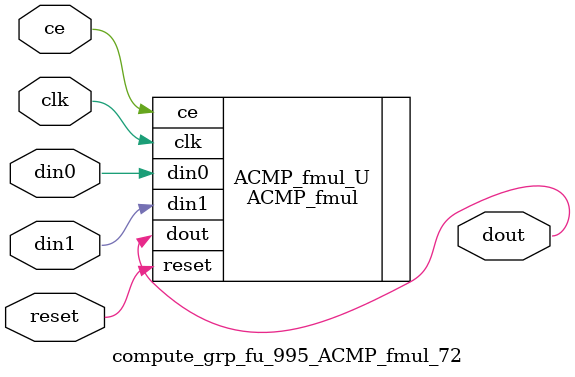
<source format=v>

`timescale 1 ns / 1 ps
module compute_grp_fu_995_ACMP_fmul_72(
    clk,
    reset,
    ce,
    din0,
    din1,
    dout);

parameter ID = 32'd1;
parameter NUM_STAGE = 32'd1;
parameter din0_WIDTH = 32'd1;
parameter din1_WIDTH = 32'd1;
parameter dout_WIDTH = 32'd1;
input clk;
input reset;
input ce;
input[din0_WIDTH - 1:0] din0;
input[din1_WIDTH - 1:0] din1;
output[dout_WIDTH - 1:0] dout;



ACMP_fmul #(
.ID( ID ),
.NUM_STAGE( 4 ),
.din0_WIDTH( din0_WIDTH ),
.din1_WIDTH( din1_WIDTH ),
.dout_WIDTH( dout_WIDTH ))
ACMP_fmul_U(
    .clk( clk ),
    .reset( reset ),
    .ce( ce ),
    .din0( din0 ),
    .din1( din1 ),
    .dout( dout ));

endmodule

</source>
